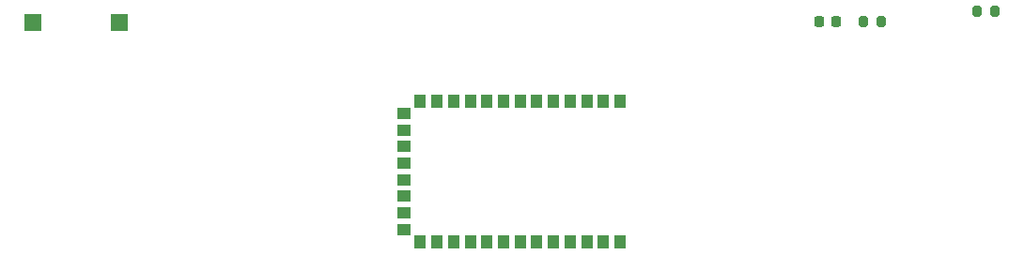
<source format=gtp>
G04 #@! TF.GenerationSoftware,KiCad,Pcbnew,7.0.1*
G04 #@! TF.CreationDate,2023-11-28T21:34:11+01:00*
G04 #@! TF.ProjectId,Gruzik2.0,4772757a-696b-4322-9e30-2e6b69636164,rev?*
G04 #@! TF.SameCoordinates,Original*
G04 #@! TF.FileFunction,Paste,Top*
G04 #@! TF.FilePolarity,Positive*
%FSLAX46Y46*%
G04 Gerber Fmt 4.6, Leading zero omitted, Abs format (unit mm)*
G04 Created by KiCad (PCBNEW 7.0.1) date 2023-11-28 21:34:11*
%MOMM*%
%LPD*%
G01*
G04 APERTURE LIST*
G04 Aperture macros list*
%AMRoundRect*
0 Rectangle with rounded corners*
0 $1 Rounding radius*
0 $2 $3 $4 $5 $6 $7 $8 $9 X,Y pos of 4 corners*
0 Add a 4 corners polygon primitive as box body*
4,1,4,$2,$3,$4,$5,$6,$7,$8,$9,$2,$3,0*
0 Add four circle primitives for the rounded corners*
1,1,$1+$1,$2,$3*
1,1,$1+$1,$4,$5*
1,1,$1+$1,$6,$7*
1,1,$1+$1,$8,$9*
0 Add four rect primitives between the rounded corners*
20,1,$1+$1,$2,$3,$4,$5,0*
20,1,$1+$1,$4,$5,$6,$7,0*
20,1,$1+$1,$6,$7,$8,$9,0*
20,1,$1+$1,$8,$9,$2,$3,0*%
G04 Aperture macros list end*
%ADD10RoundRect,0.200000X-0.200000X-0.275000X0.200000X-0.275000X0.200000X0.275000X-0.200000X0.275000X0*%
%ADD11R,1.000000X1.300000*%
%ADD12R,1.300000X1.000000*%
%ADD13R,1.500000X1.500000*%
%ADD14RoundRect,0.218750X0.218750X0.256250X-0.218750X0.256250X-0.218750X-0.256250X0.218750X-0.256250X0*%
G04 APERTURE END LIST*
D10*
X143560800Y-134569200D03*
X145210800Y-134569200D03*
X133350000Y-135483600D03*
X135000000Y-135483600D03*
D11*
X111431200Y-142697200D03*
X109931200Y-142697200D03*
X108431200Y-142697200D03*
X106931200Y-142697200D03*
X105431200Y-142697200D03*
X103931200Y-142697200D03*
X102431200Y-142697200D03*
X100931200Y-142697200D03*
X99431200Y-142697200D03*
X97931200Y-142697200D03*
X96431200Y-142697200D03*
X94931200Y-142697200D03*
X93431200Y-142697200D03*
D12*
X91931200Y-143797200D03*
X91931200Y-145297200D03*
X91931200Y-146797200D03*
X91931200Y-148297200D03*
X91931200Y-149797200D03*
X91931200Y-151297200D03*
X91931200Y-152797200D03*
X91931200Y-154297200D03*
D11*
X93431200Y-155397200D03*
X94931200Y-155397200D03*
X96431200Y-155397200D03*
X97931200Y-155397200D03*
X99431200Y-155397200D03*
X100931200Y-155397200D03*
X102431200Y-155397200D03*
X103931200Y-155397200D03*
X105431200Y-155397200D03*
X106931200Y-155397200D03*
X108431200Y-155397200D03*
X109931200Y-155397200D03*
X111431200Y-155397200D03*
D13*
X58494000Y-135636000D03*
X66294000Y-135636000D03*
D14*
X130924000Y-135483600D03*
X129349000Y-135483600D03*
M02*

</source>
